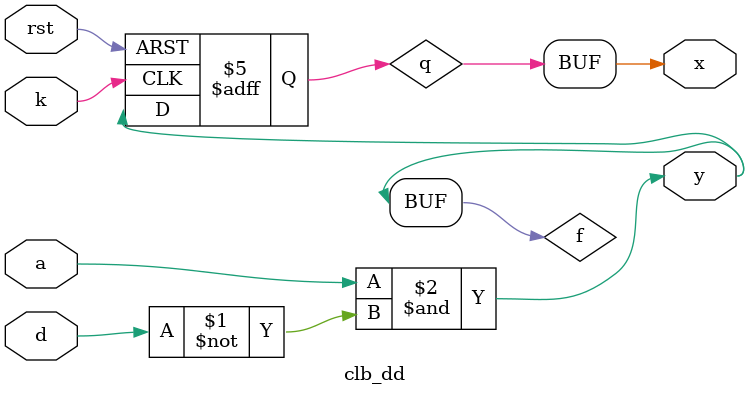
<source format=v>
module clb_dd(
	input a,
	input d,
	input k,
	input rst,
	output x,
	output y
);

	wire f;
	reg q;
	
	assign f = a & ~d;
	
	always @(posedge k, negedge rst) begin
		if (rst == 1'b0) begin
			q <=1'b0;
		end else begin
			q <= f;
		end
	end
	
	assign x = q;
	assign y = f;

endmodule

</source>
